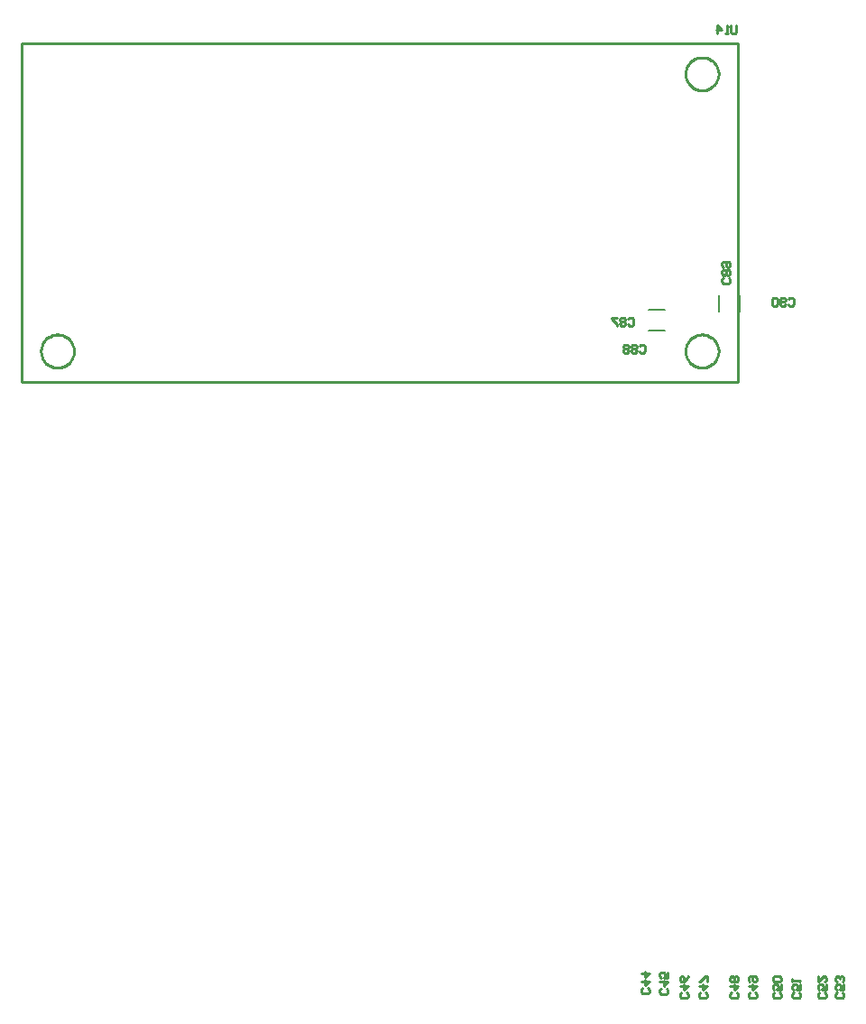
<source format=gbo>
%FSTAX23Y23*%
%MOIN*%
%SFA1B1*%

%IPPOS*%
%ADD13C,0.010000*%
%ADD17C,0.006000*%
%LNgrandmaster-1*%
%LPD*%
G54D13*
X0021Y0283D02*
D01*
X0021Y02834*
X00209Y02838*
X00209Y02842*
X00208Y02846*
X00206Y0285*
X00205Y02854*
X00203Y02858*
X00201Y02862*
X00198Y02865*
X00196Y02869*
X00193Y02872*
X0019Y02875*
X00187Y02878*
X00183Y0288*
X0018Y02882*
X00176Y02884*
X00172Y02886*
X00168Y02888*
X00164Y02889*
X0016Y0289*
X00155Y0289*
X00151Y02891*
X00147*
X00143Y0289*
X00138Y0289*
X00134Y02889*
X0013Y02888*
X00126Y02886*
X00122Y02884*
X00118Y02882*
X00115Y0288*
X00111Y02878*
X00108Y02875*
X00105Y02872*
X00102Y02869*
X001Y02865*
X00097Y02862*
X00095Y02858*
X00093Y02854*
X00092Y0285*
X0009Y02846*
X00089Y02842*
X00089Y02838*
X00088Y02834*
X00088Y0283*
X00088Y02825*
X00089Y02821*
X00089Y02817*
X0009Y02813*
X00092Y02809*
X00093Y02805*
X00095Y02801*
X00097Y02797*
X001Y02794*
X00102Y0279*
X00105Y02787*
X00108Y02784*
X00111Y02781*
X00115Y02779*
X00119Y02777*
X00122Y02775*
X00126Y02773*
X0013Y02772*
X00134Y0277*
X00138Y02769*
X00143Y02769*
X00147Y02769*
X00151*
X00155Y02769*
X0016Y02769*
X00164Y0277*
X00168Y02772*
X00172Y02773*
X00176Y02775*
X0018Y02777*
X00183Y02779*
X00187Y02781*
X0019Y02784*
X00193Y02787*
X00196Y0279*
X00198Y02794*
X00201Y02797*
X00203Y02801*
X00205Y02805*
X00206Y02809*
X00208Y02813*
X00209Y02817*
X00209Y02821*
X0021Y02825*
X0021Y0283*
X02592D02*
D01*
X02592Y02834*
X02591Y02838*
X02591Y02842*
X0259Y02846*
X02588Y0285*
X02587Y02854*
X02585Y02858*
X02583Y02862*
X0258Y02865*
X02578Y02869*
X02575Y02872*
X02572Y02875*
X02568Y02878*
X02565Y0288*
X02561Y02882*
X02558Y02884*
X02554Y02886*
X0255Y02888*
X02546Y02889*
X02541Y0289*
X02537Y0289*
X02533Y02891*
X02529*
X02525Y0289*
X0252Y0289*
X02516Y02889*
X02512Y02888*
X02508Y02886*
X02504Y02884*
X025Y02882*
X02497Y0288*
X02493Y02878*
X0249Y02875*
X02487Y02872*
X02484Y02869*
X02482Y02865*
X02479Y02862*
X02477Y02858*
X02475Y02854*
X02474Y0285*
X02472Y02846*
X02471Y02842*
X0247Y02838*
X0247Y02834*
X0247Y0283*
X0247Y02825*
X0247Y02821*
X02471Y02817*
X02472Y02813*
X02474Y02809*
X02475Y02805*
X02477Y02801*
X02479Y02797*
X02482Y02794*
X02484Y0279*
X02487Y02787*
X0249Y02784*
X02493Y02781*
X02497Y02779*
X025Y02777*
X02504Y02775*
X02508Y02773*
X02512Y02772*
X02516Y0277*
X0252Y02769*
X02525Y02769*
X02529Y02769*
X02533*
X02537Y02769*
X02541Y02769*
X02546Y0277*
X0255Y02772*
X02554Y02773*
X02558Y02775*
X02561Y02777*
X02565Y02779*
X02568Y02781*
X02572Y02784*
X02575Y02787*
X02578Y0279*
X0258Y02794*
X02583Y02797*
X02585Y02801*
X02587Y02805*
X02588Y02809*
X0259Y02813*
X02591Y02817*
X02591Y02821*
X02592Y02825*
X02592Y0283*
Y03853D02*
D01*
X02592Y03857*
X02591Y03862*
X02591Y03866*
X0259Y0387*
X02588Y03874*
X02587Y03878*
X02585Y03882*
X02583Y03886*
X0258Y03889*
X02578Y03892*
X02575Y03896*
X02572Y03899*
X02568Y03901*
X02565Y03904*
X02561Y03906*
X02558Y03908*
X02554Y0391*
X0255Y03911*
X02546Y03912*
X02541Y03913*
X02537Y03914*
X02533Y03914*
X02529*
X02525Y03914*
X0252Y03913*
X02516Y03912*
X02512Y03911*
X02508Y0391*
X02504Y03908*
X025Y03906*
X02497Y03904*
X02493Y03901*
X0249Y03899*
X02487Y03896*
X02484Y03892*
X02482Y03889*
X02479Y03886*
X02477Y03882*
X02475Y03878*
X02474Y03874*
X02472Y0387*
X02471Y03866*
X0247Y03862*
X0247Y03857*
X0247Y03853*
X0247Y03849*
X0247Y03845*
X02471Y0384*
X02472Y03836*
X02474Y03832*
X02475Y03828*
X02477Y03825*
X02479Y03821*
X02482Y03817*
X02484Y03814*
X02487Y03811*
X0249Y03808*
X02493Y03805*
X02497Y03803*
X025Y038*
X02504Y03798*
X02508Y03797*
X02512Y03795*
X02516Y03794*
X0252Y03793*
X02525Y03792*
X02529Y03792*
X02533*
X02537Y03792*
X02541Y03793*
X02546Y03794*
X0255Y03795*
X02554Y03797*
X02558Y03798*
X02561Y038*
X02565Y03803*
X02568Y03805*
X02572Y03808*
X02575Y03811*
X02578Y03814*
X0258Y03817*
X02583Y03821*
X02585Y03825*
X02587Y03828*
X02588Y03832*
X0259Y03836*
X02591Y0384*
X02591Y03845*
X02592Y03849*
X02592Y03853*
X00018Y03966D02*
X02662D01*
X00018Y02716D02*
Y03966D01*
Y02716D02*
X02662D01*
Y03966*
X02657Y04032D02*
Y04007D01*
X02652Y04002*
X02642*
X02637Y04007*
Y04032*
X02627Y04002D02*
X02617D01*
X02622*
Y04032*
X02627Y04027*
X02587Y04002D02*
Y04032D01*
X02602Y04017*
X02582*
X02258Y02948D02*
X02263Y02953D01*
X02273*
X02278Y02948*
Y02928*
X02273Y02923*
X02263*
X02258Y02928*
X02248Y02948D02*
X02243Y02953D01*
X02233*
X02228Y02948*
Y02943*
X02233Y02938*
X02228Y02933*
Y02928*
X02233Y02923*
X02243*
X02248Y02928*
Y02933*
X02243Y02938*
X02248Y02943*
Y02948*
X02243Y02938D02*
X02233D01*
X02218Y02953D02*
X02198D01*
Y02948*
X02218Y02928*
Y02923*
X02299Y02848D02*
X02304Y02853D01*
X02314*
X02319Y02848*
Y02828*
X02314Y02823*
X02304*
X02299Y02828*
X02289Y02848D02*
X02284Y02853D01*
X02274*
X02269Y02848*
Y02843*
X02274Y02838*
X02269Y02833*
Y02828*
X02274Y02823*
X02284*
X02289Y02828*
Y02833*
X02284Y02838*
X02289Y02843*
Y02848*
X02284Y02838D02*
X02274D01*
X02259Y02848D02*
X02254Y02853D01*
X02244*
X02239Y02848*
Y02843*
X02244Y02838*
X02239Y02833*
Y02828*
X02244Y02823*
X02254*
X02259Y02828*
Y02833*
X02254Y02838*
X02259Y02843*
Y02848*
X02254Y02838D02*
X02244D01*
X02629Y031D02*
X02634Y03095D01*
Y03085*
X02629Y0308*
X02609*
X02604Y03085*
Y03095*
X02609Y031*
X02629Y0311D02*
X02634Y03115D01*
Y03125*
X02629Y0313*
X02624*
X02619Y03125*
X02614Y0313*
X02609*
X02604Y03125*
Y03115*
X02609Y0311*
X02614*
X02619Y03115*
X02624Y0311*
X02629*
X02619Y03115D02*
Y03125D01*
X02609Y0314D02*
X02604Y03145D01*
Y03155*
X02609Y0316*
X02629*
X02634Y03155*
Y03145*
X02629Y0314*
X02624*
X02619Y03145*
Y0316*
X02849Y03022D02*
X02854Y03027D01*
X02864*
X02869Y03022*
Y03002*
X02864Y02997*
X02854*
X02849Y03002*
X02839D02*
X02834Y02997D01*
X02824*
X02819Y03002*
Y03022*
X02824Y03027*
X02834*
X02839Y03022*
Y03017*
X02834Y03012*
X02819*
X02809Y03022D02*
X02804Y03027D01*
X02794*
X02789Y03022*
Y03002*
X02794Y02997*
X02804*
X02809Y03002*
Y03022*
X0305Y00461D02*
X03055Y00456D01*
Y00446*
X0305Y00441*
X0303*
X03025Y00446*
Y00456*
X0303Y00461*
X03055Y00491D02*
Y00471D01*
X0304*
X03045Y00481*
Y00486*
X0304Y00491*
X0303*
X03025Y00486*
Y00476*
X0303Y00471*
X0305Y00501D02*
X03055Y00506D01*
Y00516*
X0305Y00521*
X03045*
X0304Y00516*
Y00511*
Y00516*
X03035Y00521*
X0303*
X03025Y00516*
Y00506*
X0303Y00501*
X02984Y00461D02*
X02989Y00456D01*
Y00446*
X02984Y00441*
X02964*
X02959Y00446*
Y00456*
X02964Y00461*
X02989Y00491D02*
Y00471D01*
X02974*
X02979Y00481*
Y00486*
X02974Y00491*
X02964*
X02959Y00486*
Y00476*
X02964Y00471*
X02959Y00521D02*
Y00501D01*
X02979Y00521*
X02984*
X02989Y00516*
Y00506*
X02984Y00501*
X02889Y00461D02*
X02894Y00456D01*
Y00446*
X02889Y00441*
X02869*
X02864Y00446*
Y00456*
X02869Y00461*
X02894Y00491D02*
Y00471D01*
X02879*
X02884Y00481*
Y00486*
X02879Y00491*
X02869*
X02864Y00486*
Y00476*
X02869Y00471*
X02864Y00501D02*
Y00511D01*
Y00506*
X02894*
X02889Y00501*
X02818Y00461D02*
X02823Y00456D01*
Y00446*
X02818Y00441*
X02798*
X02793Y00446*
Y00456*
X02798Y00461*
X02823Y00491D02*
Y00471D01*
X02808*
X02813Y00481*
Y00486*
X02808Y00491*
X02798*
X02793Y00486*
Y00476*
X02798Y00471*
X02818Y00501D02*
X02823Y00506D01*
Y00516*
X02818Y00521*
X02798*
X02793Y00516*
Y00506*
X02798Y00501*
X02818*
X02727Y00461D02*
X02732Y00456D01*
Y00446*
X02727Y00441*
X02707*
X02702Y00446*
Y00456*
X02707Y00461*
X02702Y00486D02*
X02732D01*
X02717Y00471*
Y00491*
X02707Y00501D02*
X02702Y00506D01*
Y00516*
X02707Y00521*
X02727*
X02732Y00516*
Y00506*
X02727Y00501*
X02722*
X02717Y00506*
Y00521*
X02659Y00461D02*
X02664Y00456D01*
Y00446*
X02659Y00441*
X02639*
X02634Y00446*
Y00456*
X02639Y00461*
X02634Y00486D02*
X02664D01*
X02649Y00471*
Y00491*
X02659Y00501D02*
X02664Y00506D01*
Y00516*
X02659Y00521*
X02654*
X02649Y00516*
X02644Y00521*
X02639*
X02634Y00516*
Y00506*
X02639Y00501*
X02644*
X02649Y00506*
X02654Y00501*
X02659*
X02649Y00506D02*
Y00516D01*
X02544Y00461D02*
X02549Y00456D01*
Y00446*
X02544Y00441*
X02524*
X02519Y00446*
Y00456*
X02524Y00461*
X02519Y00486D02*
X02549D01*
X02534Y00471*
Y00491*
X02549Y00501D02*
Y00521D01*
X02544*
X02524Y00501*
X02519*
X02475Y00461D02*
X0248Y00456D01*
Y00446*
X02475Y00441*
X02455*
X0245Y00446*
Y00456*
X02455Y00461*
X0245Y00486D02*
X0248D01*
X02465Y00471*
Y00491*
X0248Y00521D02*
X02475Y00511D01*
X02465Y00501*
X02455*
X0245Y00506*
Y00516*
X02455Y00521*
X0246*
X02465Y00516*
Y00501*
X024Y00477D02*
X02405Y00472D01*
Y00462*
X024Y00457*
X0238*
X02375Y00462*
Y00472*
X0238Y00477*
X02375Y00502D02*
X02405D01*
X0239Y00487*
Y00507*
X02405Y00537D02*
Y00517D01*
X0239*
X02395Y00527*
Y00532*
X0239Y00537*
X0238*
X02375Y00532*
Y00522*
X0238Y00517*
X02331Y00479D02*
X02336Y00474D01*
Y00464*
X02331Y00459*
X02311*
X02306Y00464*
Y00474*
X02311Y00479*
X02306Y00504D02*
X02336D01*
X02321Y00489*
Y00509*
X02306Y00534D02*
X02336D01*
X02321Y00519*
Y00539*
G54D17*
X02594Y02977D02*
Y03037D01*
X0267Y02977D02*
Y03037D01*
X02332Y02906D02*
X02392D01*
X02332Y02982D02*
X02392D01*
M02*
</source>
